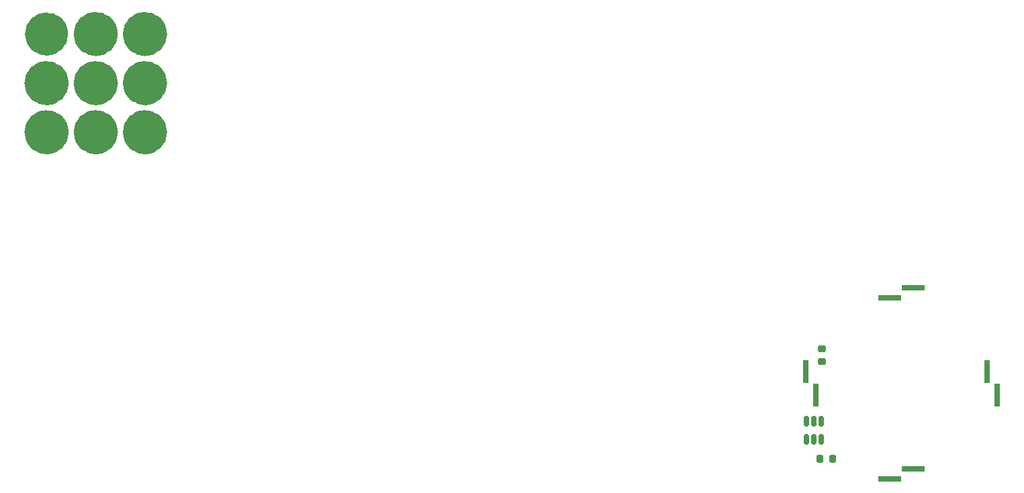
<source format=gbr>
%TF.GenerationSoftware,KiCad,Pcbnew,(6.0.10)*%
%TF.CreationDate,2023-01-10T11:00:29+01:00*%
%TF.ProjectId,Dice,44696365-2e6b-4696-9361-645f70636258,rev?*%
%TF.SameCoordinates,Original*%
%TF.FileFunction,Soldermask,Bot*%
%TF.FilePolarity,Negative*%
%FSLAX46Y46*%
G04 Gerber Fmt 4.6, Leading zero omitted, Abs format (unit mm)*
G04 Created by KiCad (PCBNEW (6.0.10)) date 2023-01-10 11:00:29*
%MOMM*%
%LPD*%
G01*
G04 APERTURE LIST*
G04 Aperture macros list*
%AMRoundRect*
0 Rectangle with rounded corners*
0 $1 Rounding radius*
0 $2 $3 $4 $5 $6 $7 $8 $9 X,Y pos of 4 corners*
0 Add a 4 corners polygon primitive as box body*
4,1,4,$2,$3,$4,$5,$6,$7,$8,$9,$2,$3,0*
0 Add four circle primitives for the rounded corners*
1,1,$1+$1,$2,$3*
1,1,$1+$1,$4,$5*
1,1,$1+$1,$6,$7*
1,1,$1+$1,$8,$9*
0 Add four rect primitives between the rounded corners*
20,1,$1+$1,$2,$3,$4,$5,0*
20,1,$1+$1,$4,$5,$6,$7,0*
20,1,$1+$1,$6,$7,$8,$9,0*
20,1,$1+$1,$8,$9,$2,$3,0*%
G04 Aperture macros list end*
%ADD10C,2.800000*%
%ADD11C,2.750500*%
%ADD12R,3.000000X0.650000*%
%ADD13R,0.650000X3.000000*%
%ADD14RoundRect,0.150000X-0.150000X0.512500X-0.150000X-0.512500X0.150000X-0.512500X0.150000X0.512500X0*%
%ADD15RoundRect,0.225000X0.250000X-0.225000X0.250000X0.225000X-0.250000X0.225000X-0.250000X-0.225000X0*%
%ADD16RoundRect,0.225000X-0.225000X-0.250000X0.225000X-0.250000X0.225000X0.250000X-0.225000X0.250000X0*%
G04 APERTURE END LIST*
D10*
X63800000Y-50000000D02*
G75*
G03*
X63800000Y-50000000I-1400000J0D01*
G01*
X51400000Y-62400000D02*
G75*
G03*
X51400000Y-62400000I-1400000J0D01*
G01*
X57600000Y-62400000D02*
G75*
G03*
X57600000Y-62400000I-1400000J0D01*
G01*
X63800000Y-62400000D02*
G75*
G03*
X63800000Y-62400000I-1400000J0D01*
G01*
X63800000Y-56200000D02*
G75*
G03*
X63800000Y-56200000I-1400000J0D01*
G01*
X57600000Y-50000000D02*
G75*
G03*
X57600000Y-50000000I-1400000J0D01*
G01*
X51400000Y-56200000D02*
G75*
G03*
X51400000Y-56200000I-1400000J0D01*
G01*
D11*
X51375250Y-50000000D02*
G75*
G03*
X51375250Y-50000000I-1375250J0D01*
G01*
D10*
X57600000Y-56200000D02*
G75*
G03*
X57600000Y-56200000I-1400000J0D01*
G01*
D12*
%TO.C,J1*%
X156300000Y-83335000D03*
X159300000Y-82065000D03*
%TD*%
D13*
%TO.C,J4*%
X168565000Y-92600000D03*
X169835000Y-95600000D03*
%TD*%
D12*
%TO.C,J3*%
X159300000Y-104865000D03*
X156300000Y-106135000D03*
%TD*%
D13*
%TO.C,J2*%
X147035000Y-95600000D03*
X145765000Y-92600000D03*
%TD*%
D14*
%TO.C,U1*%
X145800000Y-98912500D03*
X146750000Y-98912500D03*
X147700000Y-98912500D03*
X147700000Y-101187500D03*
X146750000Y-101187500D03*
X145800000Y-101187500D03*
%TD*%
D15*
%TO.C,C2*%
X147750000Y-91325000D03*
X147750000Y-89775000D03*
%TD*%
D16*
%TO.C,C1*%
X147525000Y-103650000D03*
X149075000Y-103650000D03*
%TD*%
M02*

</source>
